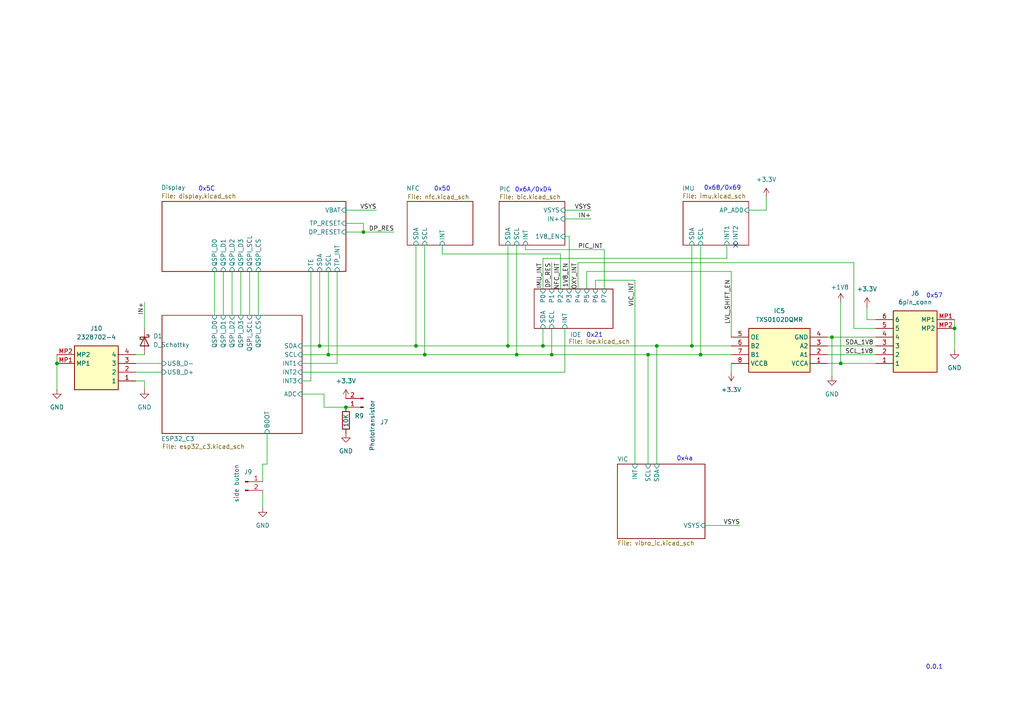
<source format=kicad_sch>
(kicad_sch (version 20250114) (generator "eeschema") (generator_version "9.0")
  (paper "A4")
  (title_block (title "Main"))
  (lib_symbols
    (symbol "Connector:Conn_01x02_Pin" (pin_names (offset 1.016) (hide yes))
      (property "Reference" "J" (at 0 2.54 0))
      (property "Value" "Conn_01x02_Pin" (at 0 -5.08 0))
      (symbol "Conn_01x02_Pin_1_1"
        (rectangle (start 0.8636 0.127) (end 0 -0.127) (stroke (width 0.1524)) (fill (type outline)))
        (rectangle (start 0.8636 -2.413) (end 0 -2.667) (stroke (width 0.1524)) (fill (type outline)))
        (polyline (pts (xy 1.27 0) (xy 0.8636 0)) (stroke (width 0.1524)))
        (polyline (pts (xy 1.27 -2.54) (xy 0.8636 -2.54)) (stroke (width 0.1524)))
        (pin passive line (at 5.08 0 180) (length 3.81) (name "Pin_1") (number "1"))
        (pin passive line (at 5.08 -2.54 180) (length 3.81) (name "Pin_2") (number "2"))
      )
    )
    (symbol "Device:D_Schottky" (pin_numbers (hide yes)) (pin_names (offset 1.016) (hide yes))
      (property "Reference" "D" (at 0 2.54 0))
      (property "Value" "D_Schottky" (at 0 -2.54 0))
      (symbol "D_Schottky_0_1"
        (polyline (pts (xy -1.905 0.635) (xy -1.905 1.27) (xy -1.27 1.27) (xy -1.27 -1.27) (xy -0.635 -1.27) (xy -0.635 -0.635)) (stroke (width 0.254)))
        (polyline (pts (xy 1.27 1.27) (xy 1.27 -1.27) (xy -1.27 0) (xy 1.27 1.27)) (stroke (width 0.254)))
        (polyline (pts (xy 1.27 0) (xy -1.27 0)))
      )
      (symbol "D_Schottky_1_1"
        (pin passive line (at -3.81 0 0) (length 2.54) (name "K") (number "1"))
        (pin passive line (at 3.81 0 180) (length 2.54) (name "A") (number "2"))
      )
    )
    (symbol "Device:R" (pin_numbers (hide yes)) (pin_names (offset 0))
      (property "Reference" "R" (at 2.032 0 90))
      (property "Value" "R" (at 0 0 90))
      (symbol "R_0_1"
        (rectangle (start -1.016 -2.54) (end 1.016 2.54) (stroke (width 0.254)))
      )
      (symbol "R_1_1"
        (pin passive line (at 0 3.81 270) (length 1.27) (name "~") (number "1"))
        (pin passive line (at 0 -3.81 90) (length 1.27) (name "~") (number "2"))
      )
    )
    (symbol "PlajTime:2328702-4"
      (property "Reference" "J" (at 19.05 7.62 0))
      (property "Value" "2328702-4" (at 19.05 5.08 0))
      (symbol "2328702-4_1_1"
        (rectangle (start 5.08 2.54) (end 17.78 -10.16) (stroke (width 0.254)) (fill (type background)))
        (pin passive line (at 0 0 0) (length 5.08) (name "MP2") (number "MP2"))
        (pin passive line (at 0 -2.54 0) (length 5.08) (name "MP1") (number "MP1"))
        (pin passive line (at 22.86 0 180) (length 5.08) (name "4") (number "4"))
        (pin passive line (at 22.86 -2.54 180) (length 5.08) (name "3") (number "3"))
        (pin passive line (at 22.86 -5.08 180) (length 5.08) (name "2") (number "2"))
        (pin passive line (at 22.86 -7.62 180) (length 5.08) (name "1") (number "1"))
      )
    )
    (symbol "PlajTime:6pin_conn"
      (property "Reference" "J" (at 19.05 7.62 0))
      (property "Value" "6pin_conn" (at 19.05 5.08 0))
      (symbol "6pin_conn_1_1"
        (rectangle (start 5.08 2.54) (end 17.78 -15.24) (stroke (width 0.254)) (fill (type background)))
        (pin passive line (at 0 0 0) (length 5.08) (name "MP1") (number "MP1"))
        (pin passive line (at 0 -2.54 0) (length 5.08) (name "MP2") (number "MP2"))
        (pin passive line (at 22.86 0 180) (length 5.08) (name "6") (number "6"))
        (pin passive line (at 22.86 -2.54 180) (length 5.08) (name "5") (number "5"))
        (pin passive line (at 22.86 -5.08 180) (length 5.08) (name "4") (number "4"))
        (pin passive line (at 22.86 -7.62 180) (length 5.08) (name "3") (number "3"))
        (pin passive line (at 22.86 -10.16 180) (length 5.08) (name "2") (number "2"))
        (pin passive line (at 22.86 -12.7 180) (length 5.08) (name "1") (number "1"))
      )
    )
    (symbol "PlajTime:TXS0102DQMR"
      (property "Reference" "IC" (at 24.13 7.62 0))
      (property "Value" "TXS0102DQMR" (at 24.13 5.08 0))
      (symbol "TXS0102DQMR_1_1"
        (rectangle (start 5.08 2.54) (end 22.86 -10.16) (stroke (width 0.254)) (fill (type background)))
        (pin passive line (at 0 0 0) (length 5.08) (name "VCCA") (number "1"))
        (pin passive line (at 0 -2.54 0) (length 5.08) (name "A1") (number "2"))
        (pin passive line (at 0 -5.08 0) (length 5.08) (name "A2") (number "3"))
        (pin passive line (at 0 -7.62 0) (length 5.08) (name "GND") (number "4"))
        (pin passive line (at 27.94 0 180) (length 5.08) (name "VCCB") (number "8"))
        (pin passive line (at 27.94 -2.54 180) (length 5.08) (name "B1") (number "7"))
        (pin passive line (at 27.94 -5.08 180) (length 5.08) (name "B2") (number "6"))
        (pin passive line (at 27.94 -7.62 180) (length 5.08) (name "OE") (number "5"))
      )
    )
    (symbol "power:+1V8" (power) (pin_numbers (hide yes)) (pin_names (offset 0) (hide yes))
      (property "Value" "+1V8" (at 0 3.556 0))
      (symbol "+1V8_0_1"
        (polyline (pts (xy -0.762 1.27) (xy 0 2.54)))
        (polyline (pts (xy 0 2.54) (xy 0.762 1.27)))
        (polyline (pts (xy 0 0) (xy 0 2.54)))
      )
      (symbol "+1V8_1_1"
        (pin power_in line (at 0 0 90) (length 0) (name "~") (number "1"))
      )
    )
    (symbol "power:+3.3V" (power) (pin_numbers (hide yes)) (pin_names (offset 0) (hide yes))
      (property "Value" "+3.3V" (at 0 3.556 0))
      (symbol "+3.3V_0_1"
        (polyline (pts (xy -0.762 1.27) (xy 0 2.54)))
        (polyline (pts (xy 0 2.54) (xy 0.762 1.27)))
        (polyline (pts (xy 0 0) (xy 0 2.54)))
      )
      (symbol "+3.3V_1_1"
        (pin power_in line (at 0 0 90) (length 0) (name "~") (number "1"))
      )
    )
    (symbol "power:GND" (power) (pin_numbers (hide yes)) (pin_names (offset 0) (hide yes))
      (property "Value" "GND" (at 0 -3.81 0))
      (symbol "GND_0_1"
        (polyline (pts (xy 0 0) (xy 0 -1.27) (xy 1.27 -1.27) (xy 0 -2.54) (xy -1.27 -1.27) (xy 0 -1.27)))
      )
      (symbol "GND_1_1"
        (pin power_in line (at 0 0 270) (length 0) (name "~") (number "1"))
      )
    )
  )
  (text "0.0.1\n" (at 271.018 193.548 0) (effects (font (size 1.27 1.27))))
  (text "0x21" (at 172.466 97.282 0) (effects (font (size 1.27 1.27))))
  (text "0x5C" (at 59.944 54.864 0) (effects (font (size 1.27 1.27))))
  (text "0x68/0x69" (at 209.55 54.61 0) (effects (font (size 1.27 1.27))))
  (text "0x57" (at 271.018 85.852 0) (effects (font (size 1.27 1.27))))
  (text "0x6A/0xD4\n" (at 154.686 55.118 0) (effects (font (size 1.27 1.27))))
  (text "0x4a" (at 198.628 133.096 0) (effects (font (size 1.27 1.27))))
  (text "0x50" (at 128.27 54.864 0) (effects (font (size 1.27 1.27))))
  (junction (at 16.51 105.41))
  (junction (at 200.66 100.33))
  (junction (at 120.65 100.33))
  (junction (at 241.3 97.79))
  (junction (at 190.5 100.33))
  (junction (at 157.48 100.33))
  (junction (at 147.32 100.33))
  (junction (at 92.71 100.33))
  (junction (at 276.86 95.25))
  (junction (at 123.19 102.87))
  (junction (at 95.25 102.87))
  (junction (at 149.86 102.87))
  (junction (at 243.84 105.41))
  (junction (at 187.96 102.87))
  (junction (at 203.2 102.87))
  (junction (at 160.02 102.87))
  (junction (at 105.41 67.31))
  (junction (at 100.33 118.11))
  (no_connect (at 213.36 71.12))
  (wire (pts (xy 187.96 134.62) (xy 187.96 102.87)))
  (wire (pts (xy 87.63 102.87) (xy 95.25 102.87)))
  (wire (pts (xy 93.98 118.11) (xy 93.98 114.3)))
  (wire (pts (xy 41.91 113.03) (xy 41.91 110.49)))
  (wire (pts (xy 222.25 60.96) (xy 222.25 57.15)))
  (wire (pts (xy 39.37 102.87) (xy 41.91 102.87)))
  (wire (pts (xy 97.79 105.41) (xy 87.63 105.41)))
  (wire (pts (xy 62.23 78.74) (xy 62.23 91.44)))
  (wire (pts (xy 93.98 118.11) (xy 100.33 118.11)))
  (wire (pts (xy 165.1 68.58) (xy 165.1 83.82)))
  (wire (pts (xy 167.64 76.2) (xy 167.64 83.82)))
  (wire (pts (xy 203.2 71.12) (xy 203.2 102.87)))
  (wire (pts (xy 16.51 105.41) (xy 16.51 113.03)))
  (wire (pts (xy 90.17 78.74) (xy 90.17 110.49)))
  (wire (pts (xy 160.02 76.2) (xy 160.02 83.82)))
  (wire (pts (xy 149.86 71.12) (xy 149.86 102.87)))
  (wire (pts (xy 123.19 71.12) (xy 123.19 102.87)))
  (wire (pts (xy 241.3 97.79) (xy 254 97.79)))
  (wire (pts (xy 152.4 72.39) (xy 175.26 72.39)))
  (wire (pts (xy 184.15 81.28) (xy 172.72 81.28)))
  (wire (pts (xy 162.56 73.66) (xy 162.56 83.82)))
  (wire (pts (xy 120.65 100.33) (xy 147.32 100.33)))
  (wire (pts (xy 157.48 100.33) (xy 147.32 100.33)))
  (wire (pts (xy 69.85 78.74) (xy 69.85 91.44)))
  (wire (pts (xy 100.33 64.77) (xy 105.41 64.77)))
  (wire (pts (xy 76.2 142.24) (xy 76.2 147.32)))
  (wire (pts (xy 87.63 100.33) (xy 92.71 100.33)))
  (wire (pts (xy 247.65 95.25) (xy 254 95.25)))
  (wire (pts (xy 41.91 87.63) (xy 41.91 95.25)))
  (wire (pts (xy 77.47 125.73) (xy 77.47 134.62)))
  (wire (pts (xy 41.91 110.49) (xy 39.37 110.49)))
  (wire (pts (xy 76.2 134.62) (xy 76.2 139.7)))
  (wire (pts (xy 93.98 114.3) (xy 87.63 114.3)))
  (wire (pts (xy 243.84 105.41) (xy 254 105.41)))
  (wire (pts (xy 175.26 72.39) (xy 175.26 83.82)))
  (wire (pts (xy 203.2 102.87) (xy 212.09 102.87)))
  (wire (pts (xy 152.4 72.39) (xy 152.4 71.12)))
  (wire (pts (xy 204.47 152.4) (xy 214.63 152.4)))
  (wire (pts (xy 190.5 134.62) (xy 190.5 100.33)))
  (wire (pts (xy 87.63 110.49) (xy 90.17 110.49)))
  (wire (pts (xy 276.86 95.25) (xy 276.86 101.6)))
  (wire (pts (xy 251.46 88.9) (xy 251.46 92.71)))
  (wire (pts (xy 240.03 105.41) (xy 243.84 105.41)))
  (wire (pts (xy 212.09 105.41) (xy 212.09 107.95)))
  (wire (pts (xy 87.63 107.95) (xy 163.83 107.95)))
  (wire (pts (xy 95.25 78.74) (xy 95.25 102.87)))
  (wire (pts (xy 184.15 81.28) (xy 184.15 134.62)))
  (wire (pts (xy 105.41 64.77) (xy 105.41 67.31)))
  (wire (pts (xy 240.03 102.87) (xy 254 102.87)))
  (wire (pts (xy 160.02 102.87) (xy 160.02 95.25)))
  (wire (pts (xy 100.33 67.31) (xy 105.41 67.31)))
  (wire (pts (xy 212.09 97.79) (xy 212.09 78.74)))
  (wire (pts (xy 172.72 81.28) (xy 172.72 83.82)))
  (wire (pts (xy 157.48 74.93) (xy 157.48 83.82)))
  (wire (pts (xy 241.3 109.22) (xy 241.3 97.79)))
  (wire (pts (xy 92.71 100.33) (xy 120.65 100.33)))
  (wire (pts (xy 170.18 78.74) (xy 212.09 78.74)))
  (wire (pts (xy 170.18 78.74) (xy 170.18 83.82)))
  (wire (pts (xy 251.46 92.71) (xy 254 92.71)))
  (wire (pts (xy 105.41 67.31) (xy 114.3 67.31)))
  (wire (pts (xy 157.48 100.33) (xy 157.48 95.25)))
  (wire (pts (xy 128.27 73.66) (xy 162.56 73.66)))
  (wire (pts (xy 74.93 78.74) (xy 74.93 91.44)))
  (wire (pts (xy 16.51 102.87) (xy 16.51 105.41)))
  (wire (pts (xy 157.48 74.93) (xy 210.82 74.93)))
  (wire (pts (xy 123.19 102.87) (xy 149.86 102.87)))
  (wire (pts (xy 149.86 102.87) (xy 160.02 102.87)))
  (wire (pts (xy 100.33 60.96) (xy 109.22 60.96)))
  (wire (pts (xy 247.65 76.2) (xy 247.65 95.25)))
  (wire (pts (xy 200.66 100.33) (xy 212.09 100.33)))
  (wire (pts (xy 92.71 78.74) (xy 92.71 100.33)))
  (wire (pts (xy 39.37 107.95) (xy 46.99 107.95)))
  (wire (pts (xy 72.39 78.74) (xy 72.39 91.44)))
  (wire (pts (xy 241.3 97.79) (xy 240.03 97.79)))
  (wire (pts (xy 210.82 71.12) (xy 210.82 74.93)))
  (wire (pts (xy 163.83 63.5) (xy 171.45 63.5)))
  (wire (pts (xy 95.25 102.87) (xy 123.19 102.87)))
  (wire (pts (xy 67.31 78.74) (xy 67.31 91.44)))
  (wire (pts (xy 163.83 60.96) (xy 171.45 60.96)))
  (wire (pts (xy 240.03 100.33) (xy 254 100.33)))
  (wire (pts (xy 247.65 76.2) (xy 167.64 76.2)))
  (wire (pts (xy 39.37 105.41) (xy 46.99 105.41)))
  (wire (pts (xy 217.17 60.96) (xy 222.25 60.96)))
  (wire (pts (xy 187.96 102.87) (xy 160.02 102.87)))
  (wire (pts (xy 190.5 100.33) (xy 157.48 100.33)))
  (wire (pts (xy 163.83 95.25) (xy 163.83 107.95)))
  (wire (pts (xy 243.84 87.63) (xy 243.84 105.41)))
  (wire (pts (xy 128.27 73.66) (xy 128.27 71.12)))
  (wire (pts (xy 97.79 78.74) (xy 97.79 105.41)))
  (wire (pts (xy 190.5 100.33) (xy 200.66 100.33)))
  (wire (pts (xy 200.66 71.12) (xy 200.66 100.33)))
  (wire (pts (xy 276.86 92.71) (xy 276.86 95.25)))
  (wire (pts (xy 64.77 78.74) (xy 64.77 91.44)))
  (wire (pts (xy 120.65 71.12) (xy 120.65 100.33)))
  (wire (pts (xy 187.96 102.87) (xy 203.2 102.87)))
  (wire (pts (xy 147.32 71.12) (xy 147.32 100.33)))
  (wire (pts (xy 163.83 68.58) (xy 165.1 68.58)))
  (wire (pts (xy 77.47 134.62) (xy 76.2 134.62)))
  (label "VSYS" (at 214.63 152.4 180))
  (label "VSYS" (at 109.22 60.96 180))
  (label "SCL_1V8" (at 245.11 102.87 0))
  (label "OXY_INT" (at 167.64 76.2 270))
  (label "IMU_INT" (at 157.48 76.2 270))
  (label "NFC_INT" (at 162.56 76.2 270))
  (label "VSYS" (at 171.45 60.96 180))
  (label "DP_RES" (at 160.02 76.2 270))
  (label "IN+" (at 41.91 87.63 270))
  (label "VIC_INT" (at 184.15 88.9 90))
  (label "DP_RES" (at 114.3 67.31 180))
  (label "IN+" (at 171.45 63.5 180))
  (label "PIC_INT" (at 167.64 72.39 0))
  (label "1V8_EN" (at 165.1 76.2 270))
  (label "SDA_1V8" (at 245.11 100.33 0))
  (label "LVL_SHIFT_EN" (at 212.09 93.98 90))
  (symbol (lib_id "power:+3.3V") (at 100.33 115.57 0) (unit 1)
    (property "Reference" "#PWR087" (effects (hide yes)))
    (property "Value" "+3.3V" (at 100.33 110.49 0))
    (property "Description" "Power symbol creates a global label with name \"+3.3V\"" (effects (hide yes)))
  )
  (symbol (lib_id "Device:D_Schottky") (at 41.91 99.06 270) (unit 1)
    (property "Reference" "D1" (at 44.45 97.4724 90) (effects (justify left)))
    (property "Value" "D_Schottky" (at 44.45 100.0124 90) (effects (justify left)))
    (property "Footprint" "Diode_SMD:D_0603_1608Metric" (effects (hide yes)))
    (property "Description" "Schottky diode" (effects (hide yes)))
  )
  (symbol (lib_id "PlajTime:TXS0102DQMR") (at 240.03 105.41 180) (unit 1)
    (property "Reference" "IC5" (at 226.06 90.17 0))
    (property "Value" "TXS0102DQMR" (at 226.06 92.71 0))
    (property "Footprint" "PlajTime_Library:SON40P120X180X40-8N" (effects (hide yes)))
    (property "Datasheet" "http://www.ti.com/lit/gpn/txs0102" (effects (hide yes)))
    (property "Description" "2-Bit Bidirectional Voltage-Level Shifter for Open-Drain and Push-Pull Application" (effects (hide yes)))
    (property "Height" "0.4" (effects (hide yes)))
    (property "Mouser Part Number" "595-TXS0102DQMR" (effects (hide yes)))
    (property "Mouser Price/Stock" "https://www.mouser.co.uk/ProductDetail/Texas-Instruments/TXS0102DQMR?qs=l3GMcByk76LwJNFmr1RbWA%3D%3D" (effects (hide yes)))
    (property "Manufacturer_Name" "Texas Instruments" (effects (hide yes)))
    (property "Manufacturer_Part_Number" "TXS0102DQMR" (effects (hide yes)))
  )
  (symbol (lib_id "power:GND") (at 276.86 101.6 0) (unit 1)
    (property "Reference" "#PWR092" (effects (hide yes)))
    (property "Value" "GND" (at 276.86 106.68 0))
    (property "Description" "Power symbol creates a global label with name \"GND\" , ground" (effects (hide yes)))
  )
  (symbol (lib_id "power:+3.3V") (at 251.46 88.9 0) (unit 1)
    (property "Reference" "#PWR04" (effects (hide yes)))
    (property "Value" "+3.3V" (at 251.46 83.82 0))
    (property "Description" "Power symbol creates a global label with name \"+3.3V\"" (effects (hide yes)))
  )
  (symbol (lib_id "power:GND") (at 76.2 147.32 0) (unit 1)
    (property "Reference" "#PWR02" (effects (hide yes)))
    (property "Value" "GND" (at 76.2 152.4 0))
    (property "Description" "Power symbol creates a global label with name \"GND\" , ground" (effects (hide yes)))
  )
  (symbol (lib_id "power:+1V8") (at 243.84 87.63 0) (unit 1)
    (property "Reference" "#PWR086" (effects (hide yes)))
    (property "Value" "+1V8" (at 243.586 83.312 0))
    (property "Description" "Power symbol creates a global label with name \"+1V8\"" (effects (hide yes)))
  )
  (symbol (lib_id "PlajTime:2328702-4") (at 16.51 102.87 0) (unit 1)
    (property "Reference" "J10" (at 27.94 95.25 0))
    (property "Value" "2328702-4" (at 27.94 97.79 0))
    (property "Footprint" "PlajTime_Library:23287024" (effects (hide yes)))
    (property "Datasheet" "https://www.te.com/commerce/DocumentDelivery/DDEController?Action=srchrtrv&DocNm=1-1773959-7-FPC-Connectors-CN&DocType=Data%20Sheet&DocLang=Chinese (Simplified)&PartCntxt=2328702-4&DocFormat=pdf" (effects (hide yes)))
    (property "Description" "Body Features: Actuator Color Black | Primary Product Color Natural | Configuration Features: PCB Mount Orientation Right Angle | Number of Rows 1 | Compatible With Wire & Cable Type FFC | Number of Positions 4 | Compatible With Wire & Cable Type FPC | Contact Features: Contact Current Rating (Max) .5 AMP | Contact Mating Area Plating Material Gold | Contact Base Material Copper Alloy | Contact Mating Location Dual Side | PCB Contact Termination Area Plating Material Gold | Contact Shape & Form Standard Fla" (effects (hide yes)))
    (property "Height" "1.05" (effects (hide yes)))
    (property "Mouser Part Number" "571-2328702-4" (effects (hide yes)))
    (property "Mouser Price/Stock" "https://www.mouser.co.uk/ProductDetail/TE-Connectivity/2328702-4?qs=w%2Fv1CP2dgqrq1I7zgm1Wkw%3D%3D" (effects (hide yes)))
    (property "Manufacturer_Name" "TE Connectivity" (effects (hide yes)))
    (property "Manufacturer_Part_Number" "2328702-4" (effects (hide yes)))
  )
  (symbol (lib_id "Connector:Conn_01x02_Pin") (at 105.41 118.11 180) (unit 1)
    (property "Reference" "J7" (at 110.236 122.428 0) (effects (justify right)))
    (property "Value" "Phototransistor" (at 107.95 130.81 90) (effects (justify right)))
    (property "Footprint" "Connector_PinHeader_1.00mm:PinHeader_1x02_P1.00mm_Vertical" (effects (hide yes)))
    (property "Description" "Generic connector, single row, 01x02, script generated" (effects (hide yes)))
  )
  (symbol (lib_id "power:GND") (at 16.51 113.03 0) (unit 1)
    (property "Reference" "#PWR094" (effects (hide yes)))
    (property "Value" "GND" (at 16.51 118.11 0))
    (property "Description" "Power symbol creates a global label with name \"GND\" , ground" (effects (hide yes)))
  )
  (symbol (lib_id "power:+3.3V") (at 212.09 107.95 180) (unit 1)
    (property "Reference" "#PWR084" (effects (hide yes)))
    (property "Value" "+3.3V" (at 212.09 113.03 0))
    (property "Description" "Power symbol creates a global label with name \"+3.3V\"" (effects (hide yes)))
  )
  (symbol (lib_id "Device:R") (at 100.33 121.92 0) (unit 1)
    (property "Reference" "R9" (at 102.87 120.6499 0) (effects (justify left)))
    (property "Value" "10K" (at 100.33 123.952 90) (effects (justify left)))
    (property "Footprint" "Resistor_SMD:R_0201_0603Metric" (effects (hide yes)))
    (property "Description" "Resistor" (effects (hide yes)))
  )
  (symbol (lib_id "power:GND") (at 100.33 125.73 0) (unit 1)
    (property "Reference" "#PWR083" (effects (hide yes)))
    (property "Value" "GND" (at 100.33 130.81 0))
    (property "Description" "Power symbol creates a global label with name \"GND\" , ground" (effects (hide yes)))
  )
  (symbol (lib_id "power:GND") (at 41.91 113.03 0) (unit 1)
    (property "Reference" "#PWR093" (effects (hide yes)))
    (property "Value" "GND" (at 41.91 118.11 0))
    (property "Description" "Power symbol creates a global label with name \"GND\" , ground" (effects (hide yes)))
  )
  (symbol (lib_id "power:GND") (at 241.3 109.22 0) (unit 1)
    (property "Reference" "#PWR085" (effects (hide yes)))
    (property "Value" "GND" (at 241.3 114.3 0))
    (property "Description" "Power symbol creates a global label with name \"GND\" , ground" (effects (hide yes)))
  )
  (symbol (lib_id "PlajTime:6pin_conn") (at 276.86 92.71 0) (mirror y) (unit 1)
    (property "Reference" "J6" (at 265.43 85.09 0))
    (property "Value" "6pin_conn" (at 265.43 87.63 0))
    (property "Footprint" "PlajTime_Library:6pin_conn" (effects (hide yes)))
    (property "Datasheet" "https://www.te.com/commerce/DocumentDelivery/DDEController?Action=srchrtrv&DocNm=1-1773959-7-FPC-Connectors-CN&DocType=Data%20Sheet&DocLang=Chinese (Simplified)&PartCntxt=2328702-6&DocFormat=pdf" (effects (hide yes)))
    (property "Description" "Body Features: Actuator Color Black | Primary Product Color Natural | Configuration Features: Compatible With Wire & Cable Type FFC | Compatible With Wire & Cable Type FPC | Number of Rows 1 | Number of Positions 6 | PCB Mount Orientation Right Angle | Contact Features: PCB Contact Termination Area Plating Material Gold | Contact Layout Inline | Contact Base Material Copper Alloy | Contact Current Rating (Max) .5 AMP | Contact Mating Area Plating Material Gold | Contact Mating Location Dual Side | Contact S" (effects (hide yes)))
    (property "Height" "1.1" (effects (hide yes)))
    (property "Mouser Part Number" "571-2328702-6" (effects (hide yes)))
    (property "Mouser Price/Stock" "https://www.mouser.co.uk/ProductDetail/TE-Connectivity/2328702-6?qs=w%2Fv1CP2dgqrAQsCHQ2ClBQ%3D%3D" (effects (hide yes)))
    (property "Manufacturer_Name" "TE Connectivity" (effects (hide yes)))
    (property "Manufacturer_Part_Number" "2328702-6" (effects (hide yes)))
  )
  (symbol (lib_id "power:+3.3V") (at 222.25 57.15 0) (unit 1)
    (property "Reference" "#PWR03" (effects (hide yes)))
    (property "Value" "+3.3V" (at 222.25 52.07 0))
    (property "Description" "Power symbol creates a global label with name \"+3.3V\"" (effects (hide yes)))
  )
  (symbol (lib_id "Connector:Conn_01x02_Pin") (at 71.12 139.7 0) (unit 1)
    (property "Reference" "J9" (at 73.152 136.906 0) (effects (justify right)))
    (property "Value" "side button" (at 68.58 134.62 90) (effects (justify right)))
    (property "Footprint" "Connector_PinHeader_1.00mm:PinHeader_1x02_P1.00mm_Vertical" (effects (hide yes)))
    (property "Description" "Generic connector, single row, 01x02, script generated" (effects (hide yes)))
  )
  (sheet (at 144.78 58.42) (size 19.05 12.7) (stroke (width 0.1524))
    (property "Sheetname" "PIC" (at 144.78 55.626 0) (effects (justify left bottom)))
    (property "Sheetfile" "bic.kicad_sch" (at 144.78 56.388 0) (effects (justify left top)))
    (pin "INT" input (at 152.4 71.12 270))
    (pin "IN+" input (at 163.83 63.5 0))
    (pin "SDA" input (at 147.32 71.12 270))
    (pin "SCL" input (at 149.86 71.12 270))
    (pin "VSYS" input (at 163.83 60.96 0))
    (pin "1V8_EN" input (at 163.83 68.58 0))
  )
  (sheet (at 179.07 134.62) (size 25.4 21.59) (stroke (width 0.1524))
    (property "Sheetname" "VIC" (at 179.07 133.9084 0) (effects (justify left bottom)))
    (property "Sheetfile" "vibro_ic.kicad_sch" (at 179.07 156.7946 0) (effects (justify left top)))
    (pin "VSYS" input (at 204.47 152.4 0))
    (pin "INT" input (at 184.15 134.62 90))
    (pin "SCL" input (at 187.96 134.62 90))
    (pin "SDA" input (at 190.5 134.62 90))
  )
  (sheet (at 46.99 58.42) (size 53.34 20.32) (stroke (width 0.1524))
    (property "Sheetname" "Display" (at 46.736 55.118 0) (effects (justify left bottom)))
    (property "Sheetfile" "display.kicad_sch" (at 46.736 56.134 0) (effects (justify left top)))
    (pin "TP_INT" input (at 97.79 78.74 270))
    (pin "SDA" input (at 92.71 78.74 270))
    (pin "SCL" input (at 95.25 78.74 270))
    (pin "QSPI_CS" input (at 74.93 78.74 270))
    (pin "QSPI_SCL" input (at 72.39 78.74 270))
    (pin "QSPI_D0" input (at 62.23 78.74 270))
    (pin "QSPI_D3" input (at 69.85 78.74 270))
    (pin "QSPI_D1" input (at 64.77 78.74 270))
    (pin "QSPI_D2" input (at 67.31 78.74 270))
    (pin "VBAT" input (at 100.33 60.96 0))
    (pin "TE" input (at 90.17 78.74 270))
    (pin "DP_RESET" input (at 100.33 67.31 0))
    (pin "TP_RESET" input (at 100.33 64.77 0))
  )
  (sheet (at 198.12 58.42) (size 19.05 12.7) (stroke (width 0.1524))
    (property "Sheetname" "IMU" (at 197.866 55.372 0) (effects (justify left bottom)))
    (property "Sheetfile" "imu.kicad_sch" (at 197.866 56.134 0) (effects (justify left top)))
    (pin "SDA" input (at 200.66 71.12 270))
    (pin "SCL" input (at 203.2 71.12 270))
    (pin "INT2" input (at 213.36 71.12 270))
    (pin "INT1" input (at 210.82 71.12 270))
    (pin "AP_AD0" input (at 217.17 60.96 0))
  )
  (sheet (at 118.11 58.42) (size 19.05 12.7) (stroke (width 0.1524))
    (property "Sheetname" "NFC" (at 117.856 55.372 0) (effects (justify left bottom)))
    (property "Sheetfile" "nfc.kicad_sch" (at 118.11 56.388 0) (effects (justify left top)))
    (pin "SCL" input (at 123.19 71.12 270))
    (pin "INT" input (at 128.27 71.12 270))
    (pin "SDA" input (at 120.65 71.12 270))
  )
  (sheet (at 154.94 83.82) (size 22.86 11.43) (stroke (width 0.1524))
    (property "Sheetname" "IOE" (at 165.354 97.79 0) (effects (justify left bottom)))
    (property "Sheetfile" "ioe.kicad_sch" (at 164.846 98.298 0) (effects (justify left top)))
    (pin "P0" input (at 157.48 83.82 90))
    (pin "P2" input (at 162.56 83.82 90))
    (pin "P1" input (at 160.02 83.82 90))
    (pin "SCL" input (at 160.02 95.25 270))
    (pin "SDA" input (at 157.48 95.25 270))
    (pin "P3" input (at 165.1 83.82 90))
    (pin "P4" input (at 167.64 83.82 90))
    (pin "P5" input (at 170.18 83.82 90))
    (pin "P6" input (at 172.72 83.82 90))
    (pin "P7" input (at 175.26 83.82 90))
    (pin "INT" input (at 163.83 95.25 270))
  )
  (sheet (at 46.99 91.44) (size 40.64 34.29) (stroke (width 0.1524))
    (property "Sheetname" "ESP32_C3" (at 46.736 128.016 0) (effects (justify left bottom)))
    (property "Sheetfile" "esp32_c3.kicad_sch" (at 46.99 128.778 0) (effects (justify left top)))
    (pin "SDA" input (at 87.63 100.33 0))
    (pin "USB_D+" input (at 46.99 107.95 180))
    (pin "INT1" input (at 87.63 105.41 0))
    (pin "QSPI_D3" input (at 69.85 91.44 90))
    (pin "SCL" input (at 87.63 102.87 0))
    (pin "USB_D-" input (at 46.99 105.41 180))
    (pin "BOOT" input (at 77.47 125.73 270))
    (pin "QSPI_D0" input (at 62.23 91.44 90))
    (pin "QSPI_SCL" input (at 72.39 91.44 90))
    (pin "QSPI_D2" input (at 67.31 91.44 90))
    (pin "QSPI_D1" input (at 64.77 91.44 90))
    (pin "QSPI_CS" input (at 74.93 91.44 90))
    (pin "INT3" input (at 87.63 110.49 0))
    (pin "INT2" input (at 87.63 107.95 0))
    (pin "ADC" input (at 87.63 114.3 0))
  )
)
</source>
